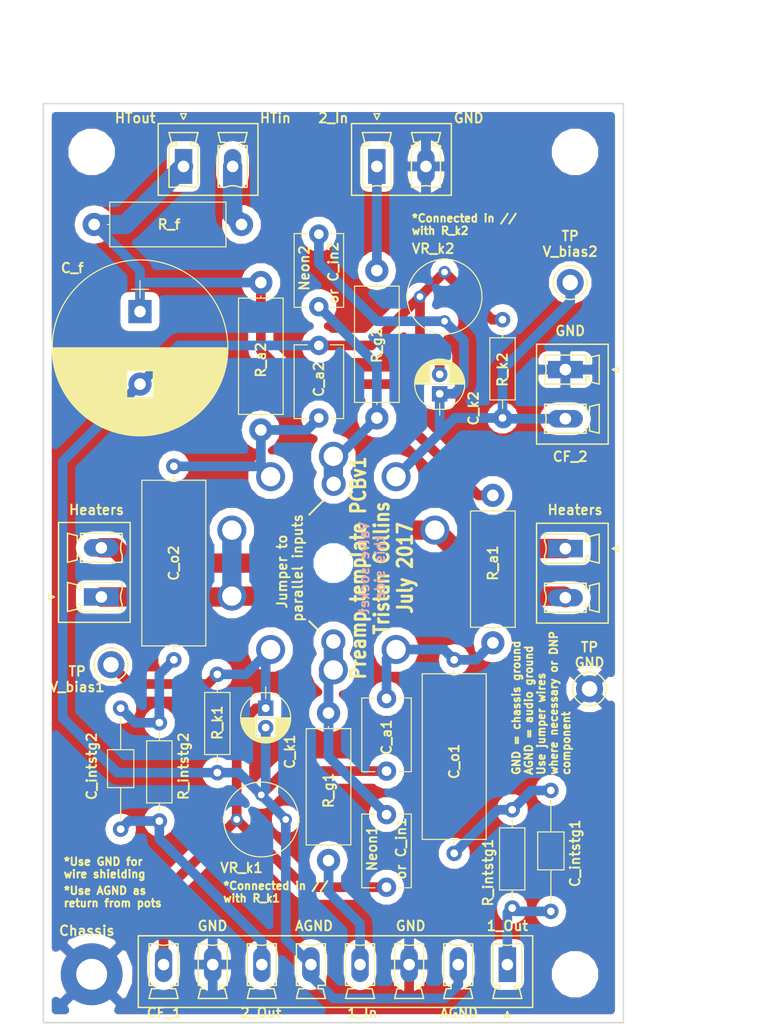
<source format=kicad_pcb>
(kicad_pcb (version 20171130) (host pcbnew "(5.0.0-3-g5ebb6b6)")
  (layers (0 F.Cu signal) (31 B.Cu signal) (34 B.Paste user) (35 F.Paste user) (36 B.SilkS user) (37 F.SilkS user) (38 B.Mask user) (39 F.Mask user) (44 Edge.Cuts user))
  (net 0 "")
  (net 1 "Net-(C1-Pad1)")
  (net 2 GNDA)
  (net 3 "Net-(C2-Pad1)")
  (net 4 "Net-(C3-Pad1)")
  (net 5 "Net-(C5-Pad1)")
  (net 6 "Net-(C7-Pad1)")
  (net 7 "Net-(C8-Pad1)")
  (net 8 "Net-(J1-Pad1)")
  (net 9 "Net-(J3-Pad1)")
  (net 10 GND)
  (net 11 "Net-(NE1-Pad2)")
  (net 12 "Net-(NE2-Pad1)")
  (net 13 "Net-(J3-Pad2)")
  (net 14 Stg1SignalOut)
  (net 15 St2CFOut)
  (net 16 Stg2SignalOut)
  (net 17 Stg2SigIn)
  (net 18 "Net-(J8-Pad2)")
  (module Mounting_Holes:MountingHole_3.2mm_M3 (layer F.Cu) (at 227.5 62.5)
    (fp_text reference REF** hide)
    (fp_text value MountingHole_3.2mm_M3)
    (pad 1 np_thru_hole circle (at 0 0) (size 3.2 3.2) (drill 3.2) (layers *.Cu *.Mask))
  )
  (module TristanValves:VALVE-ECC-83-1-TC-Oct (layer B.Cu) (at 202.5 105 252)
    (fp_text reference U1 hide)
    (fp_text value ECC83)
    (pad 1 thru_hole circle (at 6.489 -8.9318 252) (size 3 3) (drill 2) (layers *.Cu *.Mask) (net 6 "Net-(C7-Pad1)"))
    (pad 2 thru_hole circle (at 10.5 -3.4117 252) (size 3 3) (drill 2) (layers *.Cu *.Mask) (net 12 "Net-(NE2-Pad1)") (clearance 0.01))
    (pad 3 thru_hole circle (at 10.5 3.4117 252) (size 3 3) (drill 2) (layers *.Cu *.Mask) (net 15 St2CFOut))
    (pad 4 thru_hole circle (at 6.4894 8.9318 252) (size 3 3) (drill 2) (layers *.Cu *.Mask) (net 13 "Net-(J3-Pad2)"))
    (pad 5 thru_hole circle (at 0 11.0404 252) (size 3 3) (drill 2) (layers *.Cu *.Mask) (net 13 "Net-(J3-Pad2)"))
    (pad 6 thru_hole circle (at -6.4894 8.9318 252) (size 3 3) (drill 2) (layers *.Cu *.Mask) (net 3 "Net-(C2-Pad1)"))
    (pad 7 thru_hole circle (at -10.5 3.4117 252) (size 3 3) (drill 2) (layers *.Cu *.Mask) (net 11 "Net-(NE1-Pad2)") (clearance 0.01))
    (pad 8 thru_hole circle (at -10.5 -3.4117 252) (size 3 3) (drill 2) (layers *.Cu *.Mask) (net 1 "Net-(C1-Pad1)"))
    (pad 9 thru_hole circle (at -6.4894 -8.9318 252) (size 3 3) (drill 2) (layers *.Cu *.Mask) (net 9 "Net-(J3-Pad1)"))
    (pad "" np_thru_hole circle (at 0 0 252) (size 2.5 2.5) (drill 2.5) (layers *.Cu *.Mask))
    (pad 10 thru_hole circle (at 7.7 -2.5 272) (size 2.5 2.5) (drill 1.5) (layers *.Cu *.Mask) (net 12 "Net-(NE2-Pad1)") (clearance 0.01))
    (pad 11 thru_hole circle (at -7.8 2.5 272) (size 2.5 2.5) (drill 1.5) (layers *.Cu *.Mask) (net 11 "Net-(NE1-Pad2)") (clearance 0.01))
  )
  (module TristanValves:C_Disc_D7.5mm_W5.0mm_P7.50mm (layer F.Cu) (at 201 90 90)
    (fp_text reference C2 hide)
    (fp_text value C)
    (pad 1 thru_hole circle (at 0 0 90) (size 2 2) (drill 1) (layers *.Cu *.Mask) (net 3 "Net-(C2-Pad1)"))
    (pad 2 thru_hole circle (at 7.5 0 90) (size 2 2) (drill 1) (layers *.Cu *.Mask) (net 2 GNDA))
  )
  (module TristanValves:CP_Radial_D18.0mm_P7.50mm (layer F.Cu) (at 182.5 79 270)
    (fp_text reference C5 hide)
    (fp_text value CP)
    (pad 1 thru_hole rect (at 0 0 270) (size 2.4 2.4) (drill 1.2) (layers *.Cu *.Mask) (net 5 "Net-(C5-Pad1)"))
    (pad 2 thru_hole circle (at 7.5 0 270) (size 2.4 2.4) (drill 1.2) (layers *.Cu *.Mask) (net 2 GNDA))
  )
  (module TristanValves:C_Axial_L3.8mm_D2.6mm_P12.50mm_Horizontal (layer F.Cu) (at 225 128.5 270)
    (fp_text reference C9 hide)
    (fp_text value C)
    (pad 1 thru_hole circle (at 0 0 270) (size 1.6 1.6) (drill 0.8) (layers *.Cu *.Mask) (net 7 "Net-(C8-Pad1)"))
    (pad 2 thru_hole oval (at 12.5 0 270) (size 1.6 1.6) (drill 0.8) (layers *.Cu *.Mask) (net 16 Stg2SignalOut))
  )
  (module Mounting_Holes:MountingHole_3.2mm_M3 (layer F.Cu) (at 227.5 147.5)
    (fp_text reference REF** hide)
    (fp_text value MountingHole_3.2mm_M3)
    (pad 1 np_thru_hole circle (at 0 0) (size 3.2 3.2) (drill 3.2) (layers *.Cu *.Mask))
  )
  (module Mounting_Holes:MountingHole_3.2mm_M3 (layer F.Cu) (at 177.5 62.5)
    (fp_text reference REF** hide)
    (fp_text value MountingHole_3.2mm_M3)
    (pad 1 np_thru_hole circle (at 0 0) (size 3.2 3.2) (drill 3.2) (layers *.Cu *.Mask))
  )
  (module TristanValves:C_Axial_L17.0mm_D6.5mm_P20.00mm_Horizontal (layer F.Cu) (at 186 115 90)
    (fp_text reference C3 hide)
    (fp_text value C)
    (pad 1 thru_hole circle (at 0 0 90) (size 1.6 1.6) (drill 0.8) (layers *.Cu *.Mask) (net 4 "Net-(C3-Pad1)"))
    (pad 2 thru_hole oval (at 20 0 90) (size 1.6 1.6) (drill 0.8) (layers *.Cu *.Mask) (net 3 "Net-(C2-Pad1)"))
  )
  (module TristanValves:C_Axial_L3.8mm_D2.6mm_P12.50mm_Horizontal (layer F.Cu) (at 180.5 120 270)
    (fp_text reference C4 hide)
    (fp_text value C)
    (pad 1 thru_hole circle (at 0 0 270) (size 1.6 1.6) (drill 0.8) (layers *.Cu *.Mask) (net 4 "Net-(C3-Pad1)"))
    (pad 2 thru_hole oval (at 12.5 0 270) (size 1.6 1.6) (drill 0.8) (layers *.Cu *.Mask) (net 14 Stg1SignalOut))
  )
  (module TristanValves:C_Disc_D7.5mm_W5.0mm_P7.50mm (layer F.Cu) (at 208 119 270)
    (fp_text reference C7 hide)
    (fp_text value C)
    (pad 1 thru_hole circle (at 0 0 270) (size 2 2) (drill 1) (layers *.Cu *.Mask) (net 6 "Net-(C7-Pad1)"))
    (pad 2 thru_hole circle (at 7.5 0 270) (size 2 2) (drill 1) (layers *.Cu *.Mask) (net 2 GNDA))
  )
  (module TristanValves:C_Axial_L17.0mm_D6.5mm_P20.00mm_Horizontal (layer F.Cu) (at 215 135 90)
    (fp_text reference C8 hide)
    (fp_text value C)
    (pad 1 thru_hole circle (at 0 0 90) (size 1.6 1.6) (drill 0.8) (layers *.Cu *.Mask) (net 7 "Net-(C8-Pad1)"))
    (pad 2 thru_hole oval (at 20 0 90) (size 1.6 1.6) (drill 0.8) (layers *.Cu *.Mask) (net 6 "Net-(C7-Pad1)"))
  )
  (module TristanValves:MountingHole_3.2mm_M3_Pad (layer F.Cu) (at 177.5 147.5)
    (fp_text reference J15 hide)
    (fp_text value Screw_Terminal_1x01)
    (pad 1 thru_hole circle (at 0 0) (size 6.4 6.4) (drill 3.2) (layers *.Cu *.Mask) (net 10 GND))
  )
  (module TristanValves:C_Disc_D7.5mm_W5.0mm_P7.50mm (layer F.Cu) (at 201 71 270)
    (fp_text reference NE1 hide)
    (fp_text value Lamp_Neon)
    (pad 1 thru_hole circle (at 0 0 270) (size 2 2) (drill 1) (layers *.Cu *.Mask) (net 1 "Net-(C1-Pad1)"))
    (pad 2 thru_hole circle (at 7.5 0 270) (size 2 2) (drill 1) (layers *.Cu *.Mask) (net 11 "Net-(NE1-Pad2)"))
  )
  (module TristanValves:C_Disc_D7.5mm_W5.0mm_P7.50mm (layer F.Cu) (at 208 131 270)
    (fp_text reference NE2 hide)
    (fp_text value Lamp_Neon)
    (pad 1 thru_hole circle (at 0 0 270) (size 2 2) (drill 1) (layers *.Cu *.Mask) (net 12 "Net-(NE2-Pad1)"))
    (pad 2 thru_hole circle (at 7.5 0 270) (size 2 2) (drill 1) (layers *.Cu *.Mask) (net 15 St2CFOut))
  )
  (module TristanValves:R_Axial_DIN0207_L6.3mm_D2.5mm_P10.16mm_Horizontal (layer F.Cu) (at 220 90 90)
    (fp_text reference R2 hide)
    (fp_text value R)
    (pad 1 thru_hole circle (at 0 0 90) (size 1.6 1.6) (drill 0.8) (layers *.Cu *.Mask) (net 1 "Net-(C1-Pad1)"))
    (pad 2 thru_hole oval (at 10.16 0 90) (size 1.6 1.6) (drill 0.8) (layers *.Cu *.Mask) (net 2 GNDA))
  )
  (module TristanValves:R_Axial_DIN0207_L6.3mm_D2.5mm_P10.16mm_Horizontal (layer F.Cu) (at 184.5 121.5 270)
    (fp_text reference R4 hide)
    (fp_text value R)
    (pad 1 thru_hole circle (at 0 0 270) (size 1.6 1.6) (drill 0.8) (layers *.Cu *.Mask) (net 4 "Net-(C3-Pad1)"))
    (pad 2 thru_hole oval (at 10.16 0 270) (size 1.6 1.6) (drill 0.8) (layers *.Cu *.Mask) (net 14 Stg1SignalOut))
  )
  (module TristanValves:R_Axial_DIN0207_L6.3mm_D2.5mm_P10.16mm_Horizontal (layer F.Cu) (at 190.5 116.5 270)
    (fp_text reference R6 hide)
    (fp_text value R)
    (pad 1 thru_hole circle (at 0 0 270) (size 1.6 1.6) (drill 0.8) (layers *.Cu *.Mask) (net 15 St2CFOut))
    (pad 2 thru_hole oval (at 10.16 0 270) (size 1.6 1.6) (drill 0.8) (layers *.Cu *.Mask) (net 2 GNDA))
  )
  (module TristanValves:R_Axial_DIN0207_L6.3mm_D2.5mm_P10.16mm_Horizontal (layer F.Cu) (at 221 130.5 270)
    (fp_text reference R9 hide)
    (fp_text value R)
    (pad 1 thru_hole circle (at 0 0 270) (size 1.6 1.6) (drill 0.8) (layers *.Cu *.Mask) (net 7 "Net-(C8-Pad1)"))
    (pad 2 thru_hole oval (at 10.16 0 270) (size 1.6 1.6) (drill 0.8) (layers *.Cu *.Mask) (net 16 Stg2SignalOut))
  )
  (module TristanValves:Potentiometer_Trimmer_Bourns_3339P_Horizontal (layer F.Cu) (at 214 80)
    (fp_text reference RV1 hide)
    (fp_text value POT_TRIM)
    (pad 3 thru_hole circle (at 0 -5.08) (size 1.26 1.26) (drill 0.7) (layers *.Cu *.Mask) (net 2 GNDA))
    (pad 2 thru_hole circle (at -2.54 -2.54) (size 1.26 1.26) (drill 0.7) (layers *.Cu *.Mask) (net 2 GNDA))
    (pad 1 thru_hole circle (at 0 0) (size 1.26 1.26) (drill 0.7) (layers *.Cu *.Mask) (net 1 "Net-(C1-Pad1)"))
  )
  (module TristanValves:Potentiometer_Trimmer_Bourns_3339P_Horizontal (layer F.Cu) (at 192.5 131.5 270)
    (fp_text reference RV2 hide)
    (fp_text value POT_TRIM)
    (pad 3 thru_hole circle (at 0 -5.08 270) (size 1.26 1.26) (drill 0.7) (layers *.Cu *.Mask) (net 2 GNDA))
    (pad 2 thru_hole circle (at -2.54 -2.54 270) (size 1.26 1.26) (drill 0.7) (layers *.Cu *.Mask) (net 2 GNDA))
    (pad 1 thru_hole circle (at 0 0 270) (size 1.26 1.26) (drill 0.7) (layers *.Cu *.Mask) (net 15 St2CFOut))
  )
  (module TristanValves:Test_Point_Keystone_5005-5009_Compact (layer F.Cu) (at 227 76)
    (fp_text reference TP1 hide)
    (fp_text value TEST)
    (pad 1 thru_hole circle (at 0 0) (size 2.8 2.8) (drill 1.6) (layers *.Cu *.Mask) (net 1 "Net-(C1-Pad1)"))
  )
  (module TristanValves:Test_Point_Keystone_5005-5009_Compact (layer F.Cu) (at 179.5 115.5)
    (fp_text reference TP2 hide)
    (fp_text value TEST)
    (pad 1 thru_hole circle (at 0 0) (size 2.8 2.8) (drill 1.6) (layers *.Cu *.Mask) (net 15 St2CFOut))
  )
  (module TristanValves:Test_Point_Keystone_5005-5009_Compact (layer F.Cu) (at 229 118)
    (fp_text reference TP3 hide)
    (fp_text value TEST)
    (pad 1 thru_hole circle (at 0 0) (size 2.8 2.8) (drill 1.6) (layers *.Cu *.Mask) (net 10 GND))
  )
  (module TristanValves:PhoenixContact_MCV-G_02x5.08mm_Vertical (layer F.Cu) (at 207 64)
    (fp_text reference J1 hide)
    (fp_text value Screw_Terminal_1x02)
    (pad 1 thru_hole rect (at 0 0) (size 1.8 3.6) (drill 1.2) (layers *.Cu *.Mask) (net 8 "Net-(J1-Pad1)"))
    (pad 2 thru_hole oval (at 5.08 0) (size 1.8 3.6) (drill 1.2) (layers *.Cu *.Mask) (net 10 GND))
  )
  (module TristanValves:PhoenixContact_MCV-G_02x5.08mm_Vertical (layer F.Cu) (at 226.5 103.5 270)
    (fp_text reference J3 hide)
    (fp_text value Screw_Terminal_1x02)
    (pad 1 thru_hole rect (at 0 0 270) (size 1.8 3.6) (drill 1.2) (layers *.Cu *.Mask) (net 9 "Net-(J3-Pad1)"))
    (pad 2 thru_hole oval (at 5.08 0 270) (size 1.8 3.6) (drill 1.2) (layers *.Cu *.Mask) (net 13 "Net-(J3-Pad2)"))
  )
  (module TristanValves:PhoenixContact_MCV-G_02x5.08mm_Vertical (layer F.Cu) (at 226.5 85 270)
    (fp_text reference J4 hide)
    (fp_text value Screw_Terminal_1x02)
    (pad 1 thru_hole rect (at 0 0 270) (size 1.8 3.6) (drill 1.2) (layers *.Cu *.Mask) (net 10 GND))
    (pad 2 thru_hole oval (at 5.08 0 270) (size 1.8 3.6) (drill 1.2) (layers *.Cu *.Mask) (net 1 "Net-(C1-Pad1)"))
  )
  (module TristanValves:PhoenixContact_MCV-G_02x5.08mm_Vertical (layer F.Cu) (at 178.5 108.5 90)
    (fp_text reference J6 hide)
    (fp_text value Screw_Terminal_1x02)
    (pad 1 thru_hole rect (at 0 0 90) (size 1.8 3.6) (drill 1.2) (layers *.Cu *.Mask) (net 13 "Net-(J3-Pad2)"))
    (pad 2 thru_hole oval (at 5.08 0 90) (size 1.8 3.6) (drill 1.2) (layers *.Cu *.Mask) (net 9 "Net-(J3-Pad1)"))
  )
  (module TristanValves:PhoenixContact_MCV-G_02x5.08mm_Vertical (layer F.Cu) (at 187 64)
    (fp_text reference J8 hide)
    (fp_text value Screw_Terminal_1x02)
    (pad 1 thru_hole rect (at 0 0) (size 1.8 3.6) (drill 1.2) (layers *.Cu *.Mask) (net 5 "Net-(C5-Pad1)"))
    (pad 2 thru_hole oval (at 5.08 0) (size 1.8 3.6) (drill 1.2) (layers *.Cu *.Mask) (net 18 "Net-(J8-Pad2)"))
  )
  (module Connectors_Phoenix:PhoenixContact_MCV-G_08x5.08mm_Vertical (layer F.Cu) (at 220.5 146.5 180)
    (fp_text reference J2 hide)
    (fp_text value Screw_Terminal_1x08)
    (pad 1 thru_hole rect (at 0 0 180) (size 1.8 3.6) (drill 1.2) (layers *.Cu *.Mask) (net 16 Stg2SignalOut))
    (pad 2 thru_hole oval (at 5.08 0 180) (size 1.8 3.6) (drill 1.2) (layers *.Cu *.Mask) (net 2 GNDA))
    (pad 3 thru_hole oval (at 10.16 0 180) (size 1.8 3.6) (drill 1.2) (layers *.Cu *.Mask) (net 10 GND))
    (pad 4 thru_hole oval (at 15.24 0 180) (size 1.8 3.6) (drill 1.2) (layers *.Cu *.Mask) (net 17 Stg2SigIn))
    (pad 5 thru_hole oval (at 20.32 0 180) (size 1.8 3.6) (drill 1.2) (layers *.Cu *.Mask) (net 2 GNDA))
    (pad 6 thru_hole oval (at 25.4 0 180) (size 1.8 3.6) (drill 1.2) (layers *.Cu *.Mask) (net 14 Stg1SignalOut))
    (pad 7 thru_hole oval (at 30.48 0 180) (size 1.8 3.6) (drill 1.2) (layers *.Cu *.Mask) (net 10 GND))
    (pad 8 thru_hole oval (at 35.56 0 180) (size 1.8 3.6) (drill 1.2) (layers *.Cu *.Mask) (net 15 St2CFOut))
  )
  (module Capacitors_THT:CP_Radial_D5.0mm_P2.00mm (layer F.Cu) (at 213.5 87.5 90)
    (fp_text reference C1 hide)
    (fp_text value CP)
    (pad 1 thru_hole rect (at 0 0 90) (size 1.6 1.6) (drill 0.8) (layers *.Cu *.Mask) (net 1 "Net-(C1-Pad1)"))
    (pad 2 thru_hole circle (at 2 0 90) (size 1.6 1.6) (drill 0.8) (layers *.Cu *.Mask) (net 2 GNDA))
  )
  (module Capacitors_THT:CP_Radial_D5.0mm_P2.00mm (layer F.Cu) (at 195.5 120 270)
    (fp_text reference C6 hide)
    (fp_text value CP)
    (pad 1 thru_hole rect (at 0 0 270) (size 1.6 1.6) (drill 0.8) (layers *.Cu *.Mask) (net 15 St2CFOut))
    (pad 2 thru_hole circle (at 2 0 270) (size 1.6 1.6) (drill 0.8) (layers *.Cu *.Mask) (net 2 GNDA))
  )
  (module Resistors_THT:R_Axial_DIN0414_L11.9mm_D4.5mm_P15.24mm_Horizontal (layer F.Cu) (at 207 90 90)
    (fp_text reference R1 hide)
    (fp_text value R)
    (pad 1 thru_hole circle (at 0 0 90) (size 2.4 2.4) (drill 1.2) (layers *.Cu *.Mask) (net 11 "Net-(NE1-Pad2)"))
    (pad 2 thru_hole oval (at 15.24 0 90) (size 2.4 2.4) (drill 1.2) (layers *.Cu *.Mask) (net 8 "Net-(J1-Pad1)"))
  )
  (module Resistors_THT:R_Axial_DIN0414_L11.9mm_D4.5mm_P15.24mm_Horizontal (layer F.Cu) (at 195 76 270)
    (fp_text reference R3 hide)
    (fp_text value R)
    (pad 1 thru_hole circle (at 0 0 270) (size 2.4 2.4) (drill 1.2) (layers *.Cu *.Mask) (net 5 "Net-(C5-Pad1)"))
    (pad 2 thru_hole oval (at 15.24 0 270) (size 2.4 2.4) (drill 1.2) (layers *.Cu *.Mask) (net 3 "Net-(C2-Pad1)"))
  )
  (module Resistors_THT:R_Axial_DIN0414_L11.9mm_D4.5mm_P15.24mm_Horizontal (layer F.Cu) (at 202 120.5 270)
    (fp_text reference R5 hide)
    (fp_text value R)
    (pad 1 thru_hole circle (at 0 0 270) (size 2.4 2.4) (drill 1.2) (layers *.Cu *.Mask) (net 12 "Net-(NE2-Pad1)"))
    (pad 2 thru_hole oval (at 15.24 0 270) (size 2.4 2.4) (drill 1.2) (layers *.Cu *.Mask) (net 17 Stg2SigIn))
  )
  (module Resistors_THT:R_Axial_DIN0414_L11.9mm_D4.5mm_P15.24mm_Horizontal (layer F.Cu) (at 219 98 270)
    (fp_text reference R7 hide)
    (fp_text value R)
    (pad 1 thru_hole circle (at 0 0 270) (size 2.4 2.4) (drill 1.2) (layers *.Cu *.Mask) (net 5 "Net-(C5-Pad1)"))
    (pad 2 thru_hole oval (at 15.24 0 270) (size 2.4 2.4) (drill 1.2) (layers *.Cu *.Mask) (net 6 "Net-(C7-Pad1)"))
  )
  (module Resistors_THT:R_Axial_DIN0414_L11.9mm_D4.5mm_P15.24mm_Horizontal (layer F.Cu) (at 193 70 180)
    (fp_text reference R8 hide)
    (fp_text value R)
    (pad 1 thru_hole circle (at 0 0 180) (size 2.4 2.4) (drill 1.2) (layers *.Cu *.Mask) (net 18 "Net-(J8-Pad2)"))
    (pad 2 thru_hole oval (at 15.24 0 180) (size 2.4 2.4) (drill 1.2) (layers *.Cu *.Mask) (net 5 "Net-(C5-Pad1)"))
  )
  (gr_line (start 172.5 152.5) (end 232.5 152.5) (angle 90) (layer Edge.Cuts) (width 0.15))
  (gr_line (start 172.5 57.5) (end 172.5 152.5) (angle 90) (layer Edge.Cuts) (width 0.15))
  (gr_line (start 232.5 57.5) (end 172.5 57.5) (angle 90) (layer Edge.Cuts) (width 0.15))
  (gr_line (start 232.5 152.5) (end 232.5 57.5) (angle 90) (layer Edge.Cuts) (width 0.15))
  (gr_text "Valve socket\nthis side" (at 206.5 105.5 90) (layer B.SilkS) (effects (font (size 1 1) (thickness 0.2)) (justify mirror)))
  (gr_text HTin (at 196.5 59) (layer F.SilkS) (effects (font (size 1 1) (thickness 0.2))))
  (gr_text "*Use AGND as \nreturn from pots" (at 174.5 139.5) (layer F.SilkS) (effects (font (size 0.8 0.8) (thickness 0.2)) (justify left)))
  (gr_text "*Connected in //\nwith R_k2" (at 210.5 70) (layer F.SilkS) (effects (font (size 0.8 0.8) (thickness 0.2)) (justify left)))
  (gr_text "*Connected in //\nwith R_k1" (at 191 139) (layer F.SilkS) (effects (font (size 0.8 0.8) (thickness 0.2)) (justify left)))
  (gr_text "*Use GND for \nwire shielding" (at 174.5 136.5) (layer F.SilkS) (effects (font (size 0.8 0.8) (thickness 0.2)) (justify left)))
  (gr_text "GND = chassis ground\nAGND = audio ground\nUse jumper wires\nwhere necessary or DNP\ncomponent" (at 224 127 90) (layer F.SilkS) (effects (font (size 0.8 0.8) (thickness 0.2)) (justify left)))
  (gr_text "TP\nGND" (at 229 114.5) (layer F.SilkS) (effects (font (size 1 1) (thickness 0.2))))
  (gr_text "TP\nV_bias1" (at 176 117) (layer F.SilkS) (effects (font (size 1 1) (thickness 0.2))))
  (gr_text "TP\nV_bias2" (at 227 72) (layer F.SilkS) (effects (font (size 1 1) (thickness 0.2))))
  (gr_text C_intstg2 (at 177.5 126 90) (layer F.SilkS) (effects (font (size 1 1) (thickness 0.2))))
  (gr_text C_intstg1 (at 227.5 135 90) (layer F.SilkS) (effects (font (size 1 1) (thickness 0.2))))
  (gr_text R_intstg1 (at 218.5 137 90) (layer F.SilkS) (effects (font (size 1 1) (thickness 0.2))))
  (gr_text R_intstg2 (at 187 126 90) (layer F.SilkS) (effects (font (size 1 1) (thickness 0.2))))
  (gr_text "or C_in1" (at 209.5 134.5 90) (layer F.SilkS) (effects (font (size 1 1) (thickness 0.2))))
  (gr_text "or C_in2" (at 202.5 75 90) (layer F.SilkS) (effects (font (size 1 1) (thickness 0.2))))
  (gr_text Neon2 (at 199.5 74.5 90) (layer F.SilkS) (effects (font (size 1 1) (thickness 0.2))))
  (gr_text Neon1 (at 206.5 134.5 90) (layer F.SilkS) (effects (font (size 1 1) (thickness 0.2))))
  (gr_text C_a1 (at 208 123 90) (layer F.SilkS) (effects (font (size 1 1) (thickness 0.2))))
  (gr_text C_a2 (at 201 86 90) (layer F.SilkS) (effects (font (size 1 1) (thickness 0.2))))
  (gr_text R_a2 (at 195 84 90) (layer F.SilkS) (effects (font (size 1 1) (thickness 0.2))))
  (gr_text R_a1 (at 219 105 90) (layer F.SilkS) (effects (font (size 1 1) (thickness 0.2))))
  (gr_text Chassis (at 177 143) (layer F.SilkS) (effects (font (size 1 1) (thickness 0.2))))
  (gr_text R_f (at 185.5 70) (layer F.SilkS) (effects (font (size 1 1) (thickness 0.2))))
  (gr_text C_f (at 175.5 74.5) (layer F.SilkS) (effects (font (size 1 1) (thickness 0.2))))
  (gr_text VR_k2 (at 210.5 72.5) (layer F.SilkS) (effects (font (size 1 1) (thickness 0.2)) (justify left)))
  (gr_text VR_k1 (at 193 136.5) (layer F.SilkS) (effects (font (size 1 1) (thickness 0.2))))
  (gr_text C_o1 (at 215 125.5 90) (layer F.SilkS) (effects (font (size 1 1) (thickness 0.2))))
  (gr_text C_o2 (at 186 105 90) (layer F.SilkS) (effects (font (size 1 1) (thickness 0.2))))
  (gr_text R_k2 (at 220 85 90) (layer F.SilkS) (effects (font (size 1 1) (thickness 0.2))))
  (gr_text C_k2 (at 217 89 90) (layer F.SilkS) (effects (font (size 1 1) (thickness 0.2))))
  (gr_text R_k1 (at 190.5 121.5 90) (layer F.SilkS) (effects (font (size 1 1) (thickness 0.2))))
  (gr_text C_k1 (at 198 124.5 90) (layer F.SilkS) (effects (font (size 1 1) (thickness 0.2))))
  (gr_text R_g2 (at 207 82.5 90) (layer F.SilkS) (effects (font (size 1 1) (thickness 0.2))))
  (gr_text R_g1 (at 202 128.5 90) (layer F.SilkS) (effects (font (size 1 1) (thickness 0.2))))
  (gr_line (start 200 111) (end 201 112) (angle 90) (layer F.SilkS) (width 0.2))
  (gr_line (start 200 100) (end 201.5 98.5) (angle 90) (layer F.SilkS) (width 0.2))
  (gr_text "Jumper to \nparallel inputs" (at 198 105.5 90) (layer F.SilkS) (effects (font (size 1 1) (thickness 0.2))))
  (gr_text GND (at 227 81) (layer F.SilkS) (effects (font (size 1 1) (thickness 0.2))))
  (gr_text CF_2 (at 227 94) (layer F.SilkS) (effects (font (size 1 1) (thickness 0.2))))
  (gr_text Heaters (at 227.5 99.5) (layer F.SilkS) (effects (font (size 1 1) (thickness 0.2))))
  (gr_text Heaters (at 178 99.5) (layer F.SilkS) (effects (font (size 1 1) (thickness 0.2))))
  (gr_text GND (at 216.5 59) (layer F.SilkS) (effects (font (size 1 1) (thickness 0.2))))
  (gr_text HTout (at 182 59) (layer F.SilkS) (effects (font (size 1 1) (thickness 0.2))))
  (gr_text 2_In (at 202.5 59) (layer F.SilkS) (effects (font (size 1 1) (thickness 0.2))))
  (gr_text 1_Out (at 220.5 142.5) (layer F.SilkS) (effects (font (size 1 1) (thickness 0.2))))
  (gr_text AGND (at 215.5 151.5) (layer F.SilkS) (effects (font (size 1 1) (thickness 0.2))))
  (gr_text GND (at 210.5 142.5) (layer F.SilkS) (effects (font (size 1 1) (thickness 0.2))))
  (gr_text 1_In (at 205.5 151.5) (layer F.SilkS) (effects (font (size 1 1) (thickness 0.2))))
  (gr_text AGND (at 200.5 142.5) (layer F.SilkS) (effects (font (size 1 1) (thickness 0.2))))
  (gr_text GND (at 190 142.5) (layer F.SilkS) (effects (font (size 1 1) (thickness 0.2))))
  (gr_text 2_Out (at 195 151.5) (layer F.SilkS) (effects (font (size 1 1) (thickness 0.2))))
  (gr_text CF_1 (at 185 151.5) (layer F.SilkS) (effects (font (size 1 1) (thickness 0.2))))
  (gr_text "Preamp template PCBv1\nTristan Collins\nJuly 2017" (at 207.5 105.5 90) (layer F.SilkS) (effects (font (size 1.5 1.25) (thickness 0.3))))
  (segment (start 220 90) (end 220 85) (width 1) (layer B.Cu) (net 1))
  (segment (start 227 78) (end 227 76) (width 1) (layer B.Cu) (net 1))
  (segment (start 220 85) (end 227 78) (width 1) (layer B.Cu) (net 1))
  (segment (start 201 71) (end 201 74) (width 1) (layer B.Cu) (net 1))
  (segment (start 207 80) (end 214 80) (width 1) (layer B.Cu) (net 1))
  (segment (start 201 74) (end 207 80) (width 1) (layer B.Cu) (net 1))
  (segment (start 213.5 87.5) (end 215 87.5) (width 1) (layer B.Cu) (net 1))
  (segment (start 216 82) (end 214 80) (width 1) (layer B.Cu) (net 1))
  (segment (start 216 86.5) (end 216 82) (width 1) (layer B.Cu) (net 1))
  (segment (start 215 87.5) (end 216 86.5) (width 1) (layer B.Cu) (net 1))
  (segment (start 220 90) (end 215.057578 90) (width 1) (layer B.Cu) (net 1))
  (segment (start 215.057578 90) (end 213.5 91.557578) (width 1) (layer B.Cu) (net 1))
  (segment (start 213.5 87.5) (end 213.5 91.557578) (width 1) (layer B.Cu) (net 1))
  (segment (start 213.5 91.557578) (end 208.989398 96.06818) (width 1) (layer B.Cu) (net 1))
  (segment (start 226.5 90.08) (end 220.08 90.08) (width 1) (layer B.Cu) (net 1))
  (segment (start 220.08 90.08) (end 220 90) (width 2) (layer B.Cu) (net 1))
  (segment (start 200.18 146.5) (end 200.18 147.68) (width 1) (layer B.Cu) (net 2))
  (segment (start 200.18 147.68) (end 202.5 150) (width 1) (layer B.Cu) (net 2))
  (segment (start 215.42 148.58) (end 215.42 146.5) (width 1) (layer B.Cu) (net 2))
  (segment (start 214 150) (end 215.42 148.58) (width 1) (layer B.Cu) (net 2))
  (segment (start 202.5 150) (end 214 150) (width 1) (layer B.Cu) (net 2))
  (segment (start 220 79.84) (end 218.92 79.84) (width 1) (layer F.Cu) (net 2))
  (segment (start 218.92 79.84) (end 214 74.92) (width 1) (layer F.Cu) (net 2))
  (segment (start 211.46 77.46) (end 214 74.92) (width 1) (layer F.Cu) (net 2))
  (segment (start 201 82.5) (end 206.42 82.5) (width 1) (layer F.Cu) (net 2))
  (segment (start 206.42 82.5) (end 211.46 77.46) (width 1) (layer F.Cu) (net 2))
  (segment (start 213.5 85.5) (end 213.5 83.5) (width 1) (layer F.Cu) (net 2))
  (segment (start 213.5 83.5) (end 211.46 81.46) (width 1) (layer F.Cu) (net 2))
  (segment (start 211.46 81.46) (end 211.46 77.46) (width 1) (layer F.Cu) (net 2))
  (segment (start 190.5 126.66) (end 180.16 126.66) (width 1) (layer B.Cu) (net 2))
  (segment (start 174.5 94.5) (end 182.5 86.5) (width 1) (layer B.Cu) (net 2))
  (segment (start 174.5 121) (end 174.5 94.5) (width 1) (layer B.Cu) (net 2))
  (segment (start 180.16 126.66) (end 174.5 121) (width 1) (layer B.Cu) (net 2))
  (segment (start 208 126.5) (end 197.5 126.5) (width 1) (layer F.Cu) (net 2))
  (segment (start 197.5 126.5) (end 195.04 128.96) (width 1) (layer F.Cu) (net 2))
  (segment (start 195.04 128.96) (end 197.58 131.5) (width 1) (layer B.Cu) (net 2))
  (segment (start 195.5 122) (end 195.5 128.5) (width 1) (layer B.Cu) (net 2))
  (segment (start 195.5 128.5) (end 195.04 128.96) (width 1) (layer B.Cu) (net 2))
  (segment (start 201 82.5) (end 186.5 82.5) (width 1) (layer B.Cu) (net 2))
  (segment (start 186.5 82.5) (end 182.5 86.5) (width 1) (layer B.Cu) (net 2))
  (segment (start 190.5 126.66) (end 192.74 126.66) (width 1) (layer B.Cu) (net 2))
  (segment (start 192.74 126.66) (end 195.04 128.96) (width 1) (layer B.Cu) (net 2))
  (segment (start 197.58 131.5) (end 197.58 143.9) (width 1) (layer B.Cu) (net 2))
  (segment (start 197.58 143.9) (end 200.18 146.5) (width 1) (layer B.Cu) (net 2))
  (segment (start 195 91.24) (end 199.76 91.24) (width 1) (layer B.Cu) (net 3))
  (segment (start 199.76 91.24) (end 201 90) (width 1) (layer B.Cu) (net 3))
  (segment (start 195 91.24) (end 195 95.057448) (width 1) (layer B.Cu) (net 3))
  (segment (start 195 95.057448) (end 196.010688 96.068136) (width 1) (layer B.Cu) (net 3))
  (segment (start 186 95) (end 194.942552 95) (width 1) (layer B.Cu) (net 3))
  (segment (start 194.942552 95) (end 196.010688 96.068136) (width 1) (layer B.Cu) (net 3))
  (segment (start 184.5 121.5) (end 184.5 116.5) (width 1) (layer B.Cu) (net 4))
  (segment (start 184.5 116.5) (end 186 115) (width 1) (layer B.Cu) (net 4))
  (segment (start 184.5 121.5) (end 182 121.5) (width 1) (layer B.Cu) (net 4))
  (segment (start 182 121.5) (end 180.5 120) (width 1) (layer B.Cu) (net 4))
  (segment (start 219 98) (end 217.5 98) (width 1) (layer F.Cu) (net 5))
  (segment (start 195 83) (end 198.5 86.5) (width 1) (layer F.Cu) (net 5))
  (segment (start 198.5 86.5) (end 208.5 86.5) (width 1) (layer F.Cu) (net 5))
  (segment (start 208.5 86.5) (end 210.5 88.5) (width 1) (layer F.Cu) (net 5))
  (segment (start 210.5 88.5) (end 210.5 91) (width 1) (layer F.Cu) (net 5))
  (segment (start 195 83) (end 195 76) (width 1) (layer F.Cu) (net 5))
  (segment (start 217.5 98) (end 210.5 91) (width 1) (layer F.Cu) (net 5))
  (segment (start 195 76) (end 182.5 76) (width 1) (layer B.Cu) (net 5))
  (segment (start 177.76 70) (end 181 70) (width 2) (layer B.Cu) (net 5))
  (segment (start 181 70) (end 187 64) (width 2) (layer B.Cu) (net 5))
  (segment (start 182.5 79) (end 182.5 76) (width 1) (layer B.Cu) (net 5))
  (segment (start 182.5 76) (end 182.5 74.74) (width 1) (layer B.Cu) (net 5))
  (segment (start 182.5 74.74) (end 177.76 70) (width 1) (layer B.Cu) (net 5))
  (segment (start 215 115) (end 217.24 115) (width 1) (layer B.Cu) (net 6))
  (segment (start 217.24 115) (end 219 113.24) (width 1) (layer B.Cu) (net 6))
  (segment (start 208.989435 113.931484) (end 213.931484 113.931484) (width 1) (layer B.Cu) (net 6))
  (segment (start 213.931484 113.931484) (end 215 115) (width 1) (layer B.Cu) (net 6))
  (segment (start 208 119) (end 208 114.920919) (width 1) (layer B.Cu) (net 6))
  (segment (start 208 114.920919) (end 208.989435 113.931484) (width 1) (layer B.Cu) (net 6))
  (segment (start 225 128.5) (end 223 128.5) (width 1) (layer B.Cu) (net 7))
  (segment (start 223 128.5) (end 221 130.5) (width 1) (layer B.Cu) (net 7))
  (segment (start 221 130.5) (end 219.5 130.5) (width 1) (layer B.Cu) (net 7))
  (segment (start 219.5 130.5) (end 215 135) (width 1) (layer B.Cu) (net 7))
  (segment (start 207 64) (end 207 74.76) (width 1) (layer B.Cu) (net 8))
  (segment (start 212.999981 101.588292) (end 213.088292 101.588292) (width 2) (layer F.Cu) (net 9))
  (segment (start 213.088292 101.588292) (end 215 103.5) (width 2) (layer F.Cu) (net 9))
  (segment (start 215 103.5) (end 226.5 103.5) (width 2) (layer F.Cu) (net 9))
  (segment (start 178.5 103.42) (end 179.92 103.42) (width 2) (layer F.Cu) (net 9))
  (segment (start 179.92 103.42) (end 181.5 105) (width 2) (layer F.Cu) (net 9))
  (segment (start 181.5 105) (end 196.5 105) (width 2) (layer F.Cu) (net 9))
  (segment (start 196.5 105) (end 199.911708 101.588292) (width 2) (layer F.Cu) (net 9))
  (segment (start 199.911708 101.588292) (end 212.999981 101.588292) (width 2) (layer F.Cu) (net 9))
  (segment (start 212.999981 101.588292) (end 212.999981 101.611687) (width 2) (layer F.Cu) (net 9))
  (segment (start 207 90) (end 207 84.5) (width 1) (layer B.Cu) (net 11))
  (segment (start 207 84.5) (end 201 78.5) (width 1) (layer B.Cu) (net 11))
  (segment (start 202.499959 93.959633) (end 203.040367 93.959633) (width 2) (layer B.Cu) (net 11))
  (segment (start 203.040367 93.959633) (end 207 90) (width 1) (layer B.Cu) (net 11))
  (segment (start 202.499959 93.959633) (end 202.499959 96.776485) (width 2) (layer B.Cu) (net 11))
  (segment (start 202.499959 96.776485) (end 202.532691 96.809217) (width 1) (layer B.Cu) (net 11))
  (segment (start 202 120.5) (end 202 125) (width 1) (layer B.Cu) (net 12))
  (segment (start 202 125) (end 208 131) (width 1) (layer B.Cu) (net 12))
  (segment (start 202 120.5) (end 202 116.540408) (width 1) (layer B.Cu) (net 12))
  (segment (start 202 116.540408) (end 202.500041 116.040367) (width 2) (layer B.Cu) (net 12))
  (segment (start 202.500041 116.040367) (end 202.500041 113.097509) (width 2) (layer B.Cu) (net 12))
  (segment (start 202.500041 113.097509) (end 202.49821 113.095678) (width 1) (layer B.Cu) (net 12))
  (segment (start 202 116.540408) (end 202.500041 116.040367) (width 1) (layer B.Cu) (net 12))
  (segment (start 192.000019 108.411708) (end 192.000019 101.588392) (width 2) (layer B.Cu) (net 13))
  (segment (start 192.000019 108.411708) (end 226.331708 108.411708) (width 2) (layer F.Cu) (net 13))
  (segment (start 226.331708 108.411708) (end 226.5 108.58) (width 2) (layer F.Cu) (net 13))
  (segment (start 178.5 108.5) (end 191.911727 108.5) (width 2) (layer F.Cu) (net 13))
  (segment (start 191.911727 108.5) (end 192.000019 108.411708) (width 2) (layer F.Cu) (net 13))
  (segment (start 192.000019 101.588392) (end 191.999956 101.588329) (width 2) (layer B.Cu) (net 13))
  (segment (start 191.911727 108.5) (end 192.000019 108.411708) (width 2) (layer F.Cu) (net 13))
  (segment (start 184.5 131.66) (end 184.5 133.5) (width 1) (layer B.Cu) (net 14))
  (segment (start 195.1 144.1) (end 195.1 146.5) (width 1) (layer B.Cu) (net 14))
  (segment (start 184.5 133.5) (end 195.1 144.1) (width 1) (layer B.Cu) (net 14))
  (segment (start 184.5 131.66) (end 181.34 131.66) (width 1) (layer B.Cu) (net 14))
  (segment (start 181.34 131.66) (end 180.5 132.5) (width 1) (layer B.Cu) (net 14))
  (segment (start 179.5 115.5) (end 181.5 117.5) (width 1) (layer F.Cu) (net 15))
  (segment (start 189.5 117.5) (end 190.5 116.5) (width 1) (layer F.Cu) (net 15))
  (segment (start 181.5 117.5) (end 189.5 117.5) (width 1) (layer F.Cu) (net 15))
  (segment (start 208 138.5) (end 199.5 138.5) (width 1) (layer F.Cu) (net 15))
  (segment (start 199.5 138.5) (end 192.5 131.5) (width 1) (layer F.Cu) (net 15))
  (segment (start 195.5 120) (end 194.5 120) (width 1) (layer F.Cu) (net 15))
  (segment (start 192.5 122) (end 192.5 131.5) (width 1) (layer F.Cu) (net 15))
  (segment (start 194.5 120) (end 192.5 122) (width 1) (layer F.Cu) (net 15))
  (segment (start 195.5 120) (end 195.5 114.442422) (width 1) (layer B.Cu) (net 15))
  (segment (start 195.5 114.442422) (end 196.010602 113.93182) (width 1) (layer B.Cu) (net 15))
  (segment (start 190.5 116.5) (end 193.442422 116.5) (width 1) (layer B.Cu) (net 15))
  (segment (start 193.442422 116.5) (end 196.010602 113.93182) (width 1) (layer B.Cu) (net 15))
  (segment (start 184.94 146.5) (end 184.94 139.06) (width 1) (layer F.Cu) (net 15))
  (segment (start 184.94 139.06) (end 192.5 131.5) (width 1) (layer F.Cu) (net 15))
  (segment (start 220.5 146.5) (end 220.5 141.16) (width 1) (layer B.Cu) (net 16))
  (segment (start 220.5 141.16) (end 221 140.66) (width 1) (layer B.Cu) (net 16))
  (segment (start 225 141) (end 221.34 141) (width 1) (layer B.Cu) (net 16))
  (segment (start 221.34 141) (end 221 140.66) (width 1) (layer B.Cu) (net 16))
  (segment (start 202 135.74) (end 202 139) (width 1) (layer B.Cu) (net 17))
  (segment (start 205.26 142.26) (end 205.26 146.5) (width 1) (layer B.Cu) (net 17))
  (segment (start 202 139) (end 205.26 142.26) (width 1) (layer B.Cu) (net 17))
  (segment (start 192.08 64) (end 192.08 69.08) (width 2) (layer B.Cu) (net 18))
  (segment (start 192.08 69.08) (end 193 70) (width 2) (layer B.Cu) (net 18))
  (zone (net 10) (net_name GND) (layer F.Cu) (connect_pads (clearance 0.8)) (min_thickness 0.8) (fill yes (arc_segments 16) (thermal_gap 1) (thermal_bridge_width 1))
    (polygon (pts (xy 232.5 152.5) (xy 172.5 152.5) (xy 172.5 57.5) (xy 232.5 57.5)))
  )
  (zone (net 10) (net_name GND) (layer B.Cu) (connect_pads (clearance 0.8)) (min_thickness 0.8) (fill yes (arc_segments 16) (thermal_gap 1) (thermal_bridge_width 1))
    (polygon (pts (xy 232.5 152.5) (xy 172.5 152.5) (xy 172.5 57.5) (xy 232.5 57.5)))
  )
)
</source>
